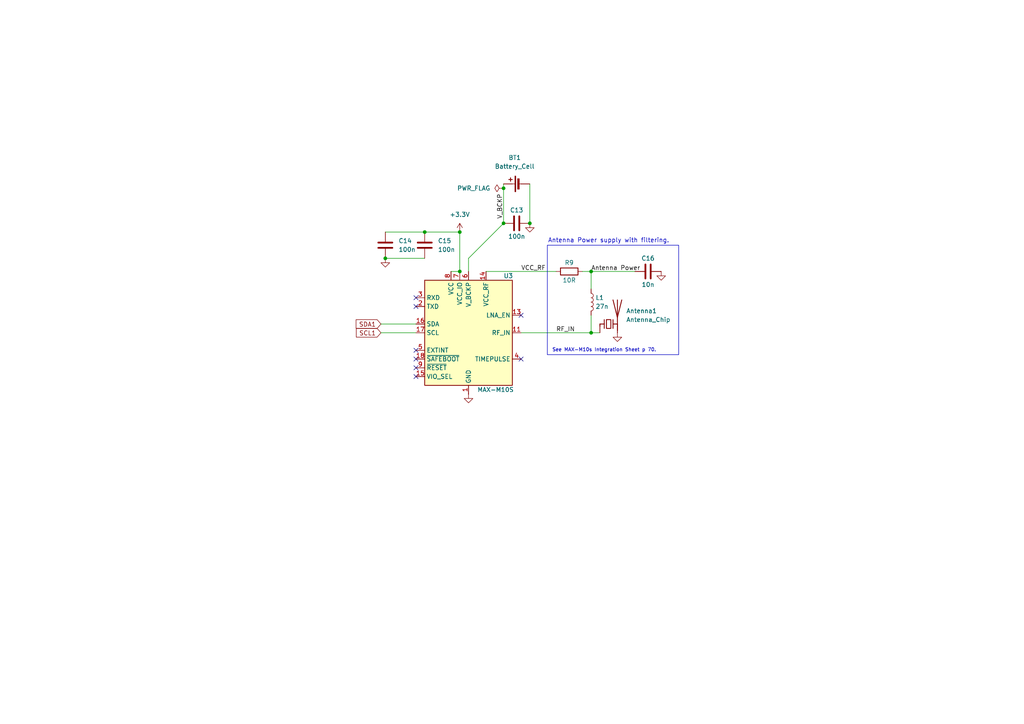
<source format=kicad_sch>
(kicad_sch (version 20231120) (generator "eeschema") (generator_version "8.0")
  (paper "A4")
  (lib_symbols
    (symbol "Device:Antenna_Chip" (pin_numbers hide) (pin_names (offset 1.016) hide)
      (property "Reference" "AE1" (at 5.08 3.8101 0))
      (property "Value" "Antenna_Chip" (at 5.08 1.2701 0))
      (symbol "Antenna_Chip_0_1"
        (polyline (pts (xy -2.54 0) (xy -2.54 -0.635)) (stroke (width 0.254)))
        (polyline (pts (xy -2.54 0) (xy -1.27 0)) (stroke (width 0.254)))
        (polyline (pts (xy 1.27 0) (xy 2.54 0)) (stroke (width 0.254)))
        (polyline (pts (xy 1.27 1.27) (xy 1.27 -1.27)) (stroke (width 0.254)))
        (polyline (pts (xy 2.54 -0.635) (xy 2.54 0)))
        (polyline (pts (xy 2.54 6.985) (xy 2.54 -1.905)) (stroke (width 0.254)))
        (polyline (pts (xy -1.27 1.27) (xy -1.27 -1.27) (xy -1.27 0)) (stroke (width 0.254)))
        (polyline (pts (xy 3.81 6.985) (xy 2.54 1.905) (xy 1.27 6.985)) (stroke (width 0.254)))
        (polyline (pts (xy -0.635 1.27) (xy 0.635 1.27) (xy 0.635 -1.27) (xy -0.635 -1.27) (xy -0.635 1.27)) (stroke (width 0.254)))
      )
      (symbol "Antenna_Chip_1_1"
        (pin input line (at -2.54 -2.54 90) (length 2.54) (name "FEED") (number "1"))
        (pin passive line (at 2.54 -2.54 90) (length 2.54) (name "PCB_Trace") (number "2"))
        (pin input line (at 2.54 -2.54 0) (length 2.54) hide (name "") (number "3"))
        (pin input line (at 2.54 -2.54 0) (length 2.54) hide (name "") (number "4"))
        (pin input line (at 2.54 -2.54 0) (length 2.54) hide (name "") (number "5"))
        (pin input line (at 2.54 -2.54 0) (length 2.54) hide (name "") (number "6"))
        (pin input line (at 2.54 -2.54 0) (length 2.54) hide (name "") (number "7"))
        (pin input line (at 2.54 -2.54 0) (length 2.54) hide (name "") (number "8"))
        (pin input line (at 2.54 -2.54 0) (length 2.54) hide (name "") (number "9"))
      )
    )
    (symbol "Device:Battery_Cell" (pin_numbers hide) (pin_names (offset 0) hide)
      (property "Reference" "BT" (at 2.54 2.54 0))
      (property "Value" "Battery_Cell" (at 2.54 0 0))
      (symbol "Battery_Cell_0_1"
        (rectangle (start -2.286 1.778) (end 2.286 1.524) (fill (type outline)))
        (rectangle (start -1.524 1.016) (end 1.524 0.508) (fill (type outline)))
        (polyline (pts (xy 0 0.762) (xy 0 0)))
        (polyline (pts (xy 0 1.778) (xy 0 2.54)))
        (polyline (pts (xy 0.762 3.048) (xy 1.778 3.048)) (stroke (width 0.254)))
        (polyline (pts (xy 1.27 3.556) (xy 1.27 2.54)) (stroke (width 0.254)))
      )
      (symbol "Battery_Cell_1_1"
        (pin passive line (at 0 5.08 270) (length 2.54) (name "+") (number "1"))
        (pin passive line (at 0 -2.54 90) (length 2.54) (name "-") (number "2"))
      )
    )
    (symbol "Device:C" (pin_numbers hide) (pin_names (offset 0.254))
      (property "Reference" "C" (at 0.635 2.54 0))
      (property "Value" "C" (at 0.635 -2.54 0))
      (symbol "C_0_1"
        (polyline (pts (xy -2.032 -0.762) (xy 2.032 -0.762)) (stroke (width 0.508)))
        (polyline (pts (xy -2.032 0.762) (xy 2.032 0.762)) (stroke (width 0.508)))
      )
      (symbol "C_1_1"
        (pin passive line (at 0 3.81 270) (length 2.794) (name "~") (number "1"))
        (pin passive line (at 0 -3.81 90) (length 2.794) (name "~") (number "2"))
      )
    )
    (symbol "Device:L" (pin_numbers hide) (pin_names (offset 1.016) hide)
      (property "Reference" "L" (at -1.27 0 90))
      (property "Value" "L" (at 1.905 0 90))
      (symbol "L_0_1"
        (arc (start 0 -2.54) (mid 0.6323 -1.905) (end 0 -1.27))
        (arc (start 0 -1.27) (mid 0.6323 -0.635) (end 0 0))
        (arc (start 0 0) (mid 0.6323 0.635) (end 0 1.27))
        (arc (start 0 1.27) (mid 0.6323 1.905) (end 0 2.54))
      )
      (symbol "L_1_1"
        (pin passive line (at 0 3.81 270) (length 1.27) (name "1") (number "1"))
        (pin passive line (at 0 -3.81 90) (length 1.27) (name "2") (number "2"))
      )
    )
    (symbol "Device:R" (pin_numbers hide) (pin_names (offset 0))
      (property "Reference" "R" (at 2.032 0 90))
      (property "Value" "R" (at 0 0 90))
      (symbol "R_0_1"
        (rectangle (start -1.016 -2.54) (end 1.016 2.54) (stroke (width 0.254)))
      )
      (symbol "R_1_1"
        (pin passive line (at 0 3.81 270) (length 1.27) (name "~") (number "1"))
        (pin passive line (at 0 -3.81 90) (length 1.27) (name "~") (number "2"))
      )
    )
    (symbol "RF_GPS:MAX-M10S"
      (property "Reference" "U" (at -10.16 16.51 0))
      (property "Value" "MAX-M10S" (at 11.43 16.51 0))
      (symbol "MAX-M10S_0_1"
        (rectangle (start 12.7 15.24) (end -12.7 -15.24) (stroke (width 0.254)) (fill (type background)))
      )
      (symbol "MAX-M10S_1_1"
        (pin power_in line (at 0 -17.78 90) (length 2.54) (name "GND") (number "1"))
        (pin passive line (at 0 -17.78 90) (length 2.54) hide (name "GND") (number "10"))
        (pin input line (at 15.24 0 180) (length 2.54) (name "RF_IN") (number "11"))
        (pin passive line (at 0 -17.78 90) (length 2.54) hide (name "GND") (number "12"))
        (pin output line (at 15.24 5.08 180) (length 2.54) (name "LNA_EN") (number "13"))
        (pin power_out line (at 5.08 17.78 270) (length 2.54) (name "VCC_RF") (number "14"))
        (pin input line (at -15.24 -12.7 0) (length 2.54) (name "VIO_SEL") (number "15"))
        (pin bidirectional line (at -15.24 2.54 0) (length 2.54) (name "SDA") (number "16"))
        (pin input line (at -15.24 0 0) (length 2.54) (name "SCL") (number "17"))
        (pin input line (at -15.24 -7.62 0) (length 2.54) (name "~{SAFEBOOT}") (number "18"))
        (pin output line (at -15.24 7.62 0) (length 2.54) (name "TXD") (number "2"))
        (pin input line (at -15.24 10.16 0) (length 2.54) (name "RXD") (number "3"))
        (pin output line (at 15.24 -7.62 180) (length 2.54) (name "TIMEPULSE") (number "4"))
        (pin input line (at -15.24 -5.08 0) (length 2.54) (name "EXTINT") (number "5"))
        (pin power_in line (at 0 17.78 270) (length 2.54) (name "V_BCKP") (number "6"))
        (pin power_in line (at -2.54 17.78 270) (length 2.54) (name "VCC_IO") (number "7"))
        (pin power_in line (at -5.08 17.78 270) (length 2.54) (name "VCC") (number "8"))
        (pin input line (at -15.24 -10.16 0) (length 2.54) (name "~{RESET}") (number "9"))
      )
    )
    (symbol "power:+3.3V" (power) (pin_numbers hide) (pin_names (offset 0) hide)
      (property "Value" "+3.3V" (at 0 3.556 0))
      (symbol "+3.3V_0_1"
        (polyline (pts (xy -0.762 1.27) (xy 0 2.54)))
        (polyline (pts (xy 0 0) (xy 0 2.54)))
        (polyline (pts (xy 0 2.54) (xy 0.762 1.27)))
      )
      (symbol "+3.3V_1_1"
        (pin power_in line (at 0 0 90) (length 0) (name "~") (number "1"))
      )
    )
    (symbol "power:GND" (power) (pin_numbers hide) (pin_names (offset 0) hide)
      (property "Value" "GND" (at 0 -3.81 0))
      (symbol "GND_0_1"
        (polyline (pts (xy 0 0) (xy 0 -1.27) (xy 1.27 -1.27) (xy 0 -2.54) (xy -1.27 -1.27) (xy 0 -1.27)))
      )
      (symbol "GND_1_1"
        (pin power_in line (at 0 0 270) (length 0) (name "~") (number "1"))
      )
    )
    (symbol "power:PWR_FLAG" (power) (pin_numbers hide) (pin_names (offset 0) hide)
      (property "Value" "PWR_FLAG" (at 0 3.81 0))
      (symbol "PWR_FLAG_0_0"
        (pin power_out line (at 0 0 90) (length 0) (name "~") (number "1"))
      )
      (symbol "PWR_FLAG_0_1"
        (polyline (pts (xy 0 0) (xy 0 1.27) (xy -1.016 1.905) (xy 0 2.54) (xy 1.016 1.905) (xy 0 1.27)))
      )
    )
  )
  (junction (at 133.35 67.31))
  (junction (at 111.76 74.93))
  (junction (at 171.45 96.52))
  (junction (at 153.67 64.77))
  (junction (at 133.35 78.74))
  (junction (at 123.19 67.31))
  (junction (at 146.05 54.61))
  (junction (at 171.45 78.74))
  (junction (at 146.05 64.77))
  (no_connect (at 120.65 104.14))
  (no_connect (at 120.65 106.68))
  (no_connect (at 151.13 104.14))
  (no_connect (at 120.65 109.22))
  (no_connect (at 120.65 101.6))
  (no_connect (at 120.65 88.9))
  (no_connect (at 120.65 86.36))
  (no_connect (at 151.13 91.44))
  (wire (pts (xy 171.45 91.44) (xy 171.45 96.52)))
  (wire (pts (xy 140.97 78.74) (xy 161.29 78.74)))
  (wire (pts (xy 135.89 74.93) (xy 135.89 78.74)))
  (wire (pts (xy 111.76 67.31) (xy 123.19 67.31)))
  (wire (pts (xy 146.05 54.61) (xy 146.05 64.77)))
  (wire (pts (xy 110.49 93.98) (xy 120.65 93.98)))
  (wire (pts (xy 133.35 67.31) (xy 133.35 78.74)))
  (wire (pts (xy 171.45 96.52) (xy 173.99 96.52)))
  (wire (pts (xy 111.76 74.93) (xy 123.19 74.93)))
  (wire (pts (xy 146.05 53.34) (xy 146.05 54.61)))
  (wire (pts (xy 171.45 78.74) (xy 184.15 78.74)))
  (wire (pts (xy 130.81 78.74) (xy 133.35 78.74)))
  (wire (pts (xy 168.91 78.74) (xy 171.45 78.74)))
  (wire (pts (xy 151.13 96.52) (xy 171.45 96.52)))
  (wire (pts (xy 110.49 96.52) (xy 120.65 96.52)))
  (wire (pts (xy 153.67 53.34) (xy 153.67 64.77)))
  (wire (pts (xy 135.89 74.93) (xy 146.05 64.77)))
  (wire (pts (xy 171.45 78.74) (xy 171.45 83.82)))
  (wire (pts (xy 123.19 67.31) (xy 133.35 67.31)))
  (rectangle (start 158.75 71.12) (end 196.85 102.87))
  (text "Antenna Power supply with filtering." (at 176.53 69.85 0) (effects (font (size 1.27 1.27))))
  (text "See MAX-M10s Integration Sheet p 70." (at 175.26 101.6 0) (effects (font (size 1 1))))
  (label "VCC_RF" (at 151.13 78.74 0))
  (label "Antenna Power" (at 171.45 78.74 0))
  (label "RF_IN" (at 161.29 96.52 0))
  (label "V_BCKP" (at 146.05 63.5 90))
  (global_label "SDA1" (shape input) (at 110.49 93.98 180) (property "Intersheetrefs" "${INTERSHEET_REFS}" (effects (hide yes))))
  (global_label "SCL1" (shape input) (at 110.49 96.52 180) (property "Intersheetrefs" "${INTERSHEET_REFS}" (effects (hide yes))))
  (symbol (lib_id "Device:C") (at 111.76 71.12 0) (unit 1)
    (property "Reference" "C14" (at 115.57 69.8499 0) (effects (justify left)))
    (property "Value" "100n" (at 115.57 72.3899 0) (effects (justify left)))
    (property "Footprint" "Capacitor_SMD:C_0805_2012Metric" (effects (hide yes)))
    (property "Description" "Unpolarized capacitor" (effects (hide yes)))
  )
  (symbol (lib_id "power:GND") (at 135.89 114.3 0) (unit 1)
    (property "Reference" "#PWR036" (effects (hide yes)))
    (property "Value" "GND" (effects (hide yes)))
    (property "Description" "Power symbol creates a global label with name \"GND\" , ground" (effects (hide yes)))
  )
  (symbol (lib_id "Device:R") (at 165.1 78.74 90) (unit 1)
    (property "Reference" "R9" (at 165.1 76.2 90))
    (property "Value" "10R" (at 165.1 81.28 90))
    (property "Footprint" "Resistor_SMD:R_0805_2012Metric" (effects (hide yes)))
    (property "Description" "Resistor" (effects (hide yes)))
  )
  (symbol (lib_id "Device:Battery_Cell") (at 151.13 53.34 90) (unit 1)
    (property "Reference" "BT1" (at 149.2885 45.72 90))
    (property "Value" "Battery_Cell" (at 149.2885 48.26 90))
    (property "Footprint" "Battery:BatteryHolder_Keystone_2998_1x6.8mm" (effects (hide yes)))
    (property "Description" "Single-cell battery" (effects (hide yes)))
  )
  (symbol (lib_id "RF_GPS:MAX-M10S") (at 135.89 96.52 0) (unit 1)
    (property "Reference" "U3" (at 146.05 80.01 0) (effects (justify left)))
    (property "Value" "MAX-M10S" (at 138.43 113.03 0) (effects (justify left)))
    (property "Footprint" "RF_GPS:ublox_MAX" (effects (hide yes)))
    (property "Datasheet" "https://content.u-blox.com/sites/default/files/MAX-M10S_DataSheet_UBX-20035208.pdf" (effects (hide yes)))
    (property "Description" "GNSS Module MAX M10, VCC 1.65V to 3.6V" (effects (hide yes)))
  )
  (symbol (lib_id "Device:C") (at 149.86 64.77 90) (unit 1)
    (property "Reference" "C13" (at 149.86 60.96 90))
    (property "Value" "100n" (at 149.86 68.58 90))
    (property "Footprint" "Capacitor_SMD:C_0805_2012Metric" (effects (hide yes)))
    (property "Description" "Unpolarized capacitor" (effects (hide yes)))
  )
  (symbol (lib_id "Device:C") (at 187.96 78.74 90) (unit 1)
    (property "Reference" "C16" (at 187.96 74.93 90))
    (property "Value" "10n" (at 187.96 82.55 90))
    (property "Footprint" "Capacitor_SMD:C_0805_2012Metric" (effects (hide yes)))
    (property "Description" "Unpolarized capacitor" (effects (hide yes)))
  )
  (symbol (lib_id "Device:C") (at 123.19 71.12 0) (unit 1)
    (property "Reference" "C15" (at 127 69.8499 0) (effects (justify left)))
    (property "Value" "100n" (at 127 72.3899 0) (effects (justify left)))
    (property "Footprint" "Capacitor_SMD:C_0805_2012Metric" (effects (hide yes)))
    (property "Description" "Unpolarized capacitor" (effects (hide yes)))
  )
  (symbol (lib_id "power:+3.3V") (at 133.35 67.31 0) (unit 1)
    (property "Reference" "#PWR032" (effects (hide yes)))
    (property "Value" "+3.3V" (at 133.35 62.23 0))
    (property "Description" "Power symbol creates a global label with name \"+3.3V\"" (effects (hide yes)))
  )
  (symbol (lib_id "power:GND") (at 111.76 74.93 0) (unit 1)
    (property "Reference" "#PWR033" (effects (hide yes)))
    (property "Value" "GND" (effects (hide yes)))
    (property "Description" "Power symbol creates a global label with name \"GND\" , ground" (effects (hide yes)))
  )
  (symbol (lib_id "Device:L") (at 171.45 87.63 0) (unit 1)
    (property "Reference" "L1" (at 172.72 86.3599 0) (effects (justify left)))
    (property "Value" "27n" (at 172.72 88.8999 0) (effects (justify left)))
    (property "Footprint" "Inductor_SMD:L_0805_2012Metric" (effects (hide yes)))
    (property "Description" "Inductor" (effects (hide yes)))
  )
  (symbol (lib_id "power:PWR_FLAG") (at 146.05 54.61 90) (unit 1)
    (property "Reference" "#FLG03" (effects (hide yes)))
    (property "Value" "PWR_FLAG" (at 142.24 54.6099 90) (effects (justify left)))
    (property "Description" "Special symbol for telling ERC where power comes from" (effects (hide yes)))
  )
  (symbol (lib_id "power:GND") (at 191.77 78.74 0) (unit 1)
    (property "Reference" "#PWR034" (effects (hide yes)))
    (property "Value" "GND" (effects (hide yes)))
    (property "Description" "Power symbol creates a global label with name \"GND\" , ground" (effects (hide yes)))
  )
  (symbol (lib_id "power:GND") (at 153.67 64.77 0) (unit 1)
    (property "Reference" "#PWR031" (effects (hide yes)))
    (property "Value" "GND" (effects (hide yes)))
    (property "Description" "Power symbol creates a global label with name \"GND\" , ground" (effects (hide yes)))
  )
  (symbol (lib_id "power:GND") (at 179.07 96.52 0) (unit 1)
    (property "Reference" "#PWR035" (effects (hide yes)))
    (property "Value" "GND" (effects (hide yes)))
    (property "Description" "Power symbol creates a global label with name \"GND\" , ground" (effects (hide yes)))
  )
  (symbol (lib_id "Device:Antenna_Chip") (at 176.53 93.98 0) (unit 1)
    (property "Reference" "Antenna1" (at 181.61 90.1699 0) (effects (justify left)))
    (property "Value" "Antenna_Chip" (at 181.61 92.7099 0) (effects (justify left)))
    (property "Footprint" "PatchAntenna:SGGP.12.A" (effects (hide yes)))
    (property "Description" "Ceramic chip antenna with pin for PCB trace" (effects (hide yes)))
  )
)
</source>
